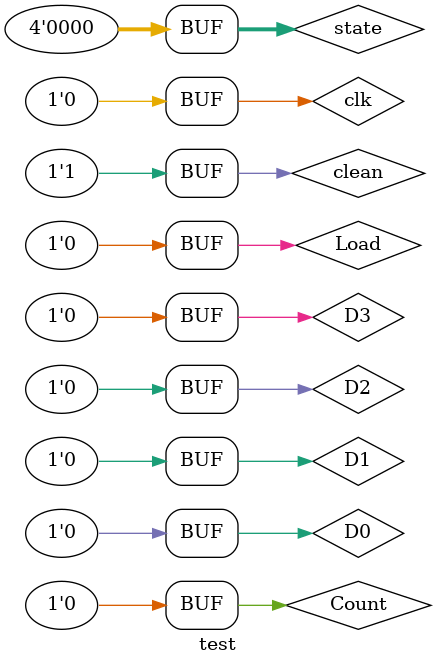
<source format=v>
/*******************************************************************************
 *
 * simulation source: [tb.v]
 *
 ******************************************************************************/

//`define SIM_CYCLE 'h400000000

//
// small value for testing
//
`define SIM_CYCLE 5000
//`timescale 100s/1s
module test;
reg   Load;
reg   Count;
reg			clk;
reg		[3:0]	state;
reg		  D0;
reg		  D1;
reg		  D2;
reg		 	D3;
reg   clean;
wire   Q0;
wire   Q1;
wire	  Q2;
wire	  Q3;
wire   CO;
initial begin
  state=4'b0000;
  Load = 0;
  Count= 0;
  clean= 0;
  D0 = 0;
  D1 = 0;
  D2 = 0;
  D3 = 0;
  #20
    clean= 1;
  #30
    Count=1; 
  #40
    Count=0;
  #40
    Count=1; 
  #40
    Count=0;
  #40
    Count=1; 
  #40
    Count=0;
  #40
    Count=1; 
  #40
    Count=0;
  #40
    Count=1;
  #40
    Count=0;
  #40
    Count=1; 
  #40
    Count=0;
  #40
    Count=1; 
  #40
    Count=0;
  #40
    Count=1; 
  #40
    Count=0;
  #40
    Count=1; 
   #40
    Count=0;
  
end
always begin
  //@(posedge clk);
    # 20 clk = 1; 
    # 20 clk = ~clk;
end
lab04 m(
	.D0(D0),
	.D1(D1),
	.D2(D2),
	.D3(D3),
	.clk(clk),
	.Load(Load),
	.Count(Count),
	.clean(clean),
	.Q0(Q0),
	.Q1(Q1),
	.Q2(Q2),
	.Q3(Q3),
	.CO(CO)
);
endmodule
</source>
